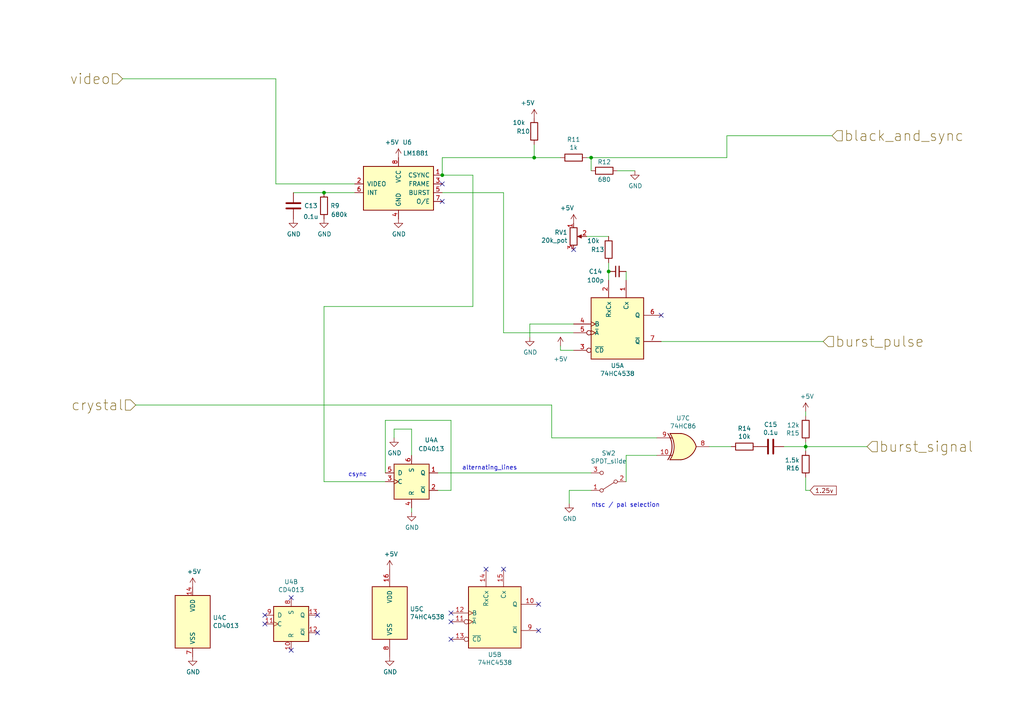
<source format=kicad_sch>
(kicad_sch (version 20230121) (generator eeschema)
  (paper "A4")
  (lib_symbols
    (symbol "4xxx:4013" (pin_names (offset 1.016))
      (property "Reference" "U" (at -7.62 8.89 0))
      (property "Value" "4013" (at -7.62 -8.89 0))
      (symbol "4013_1_1"
        (rectangle (start -5.08 5.08) (end 5.08 -5.08) (stroke (width 0.254)) (fill (type background)))
        (pin output line (at 7.62 2.54 180) (length 2.54) (name "Q") (number "1"))
        (pin output line (at 7.62 -2.54 180) (length 2.54) (name "~{Q}") (number "2"))
        (pin input clock (at -7.62 0 0) (length 2.54) (name "C") (number "3"))
        (pin input line (at 0 -7.62 90) (length 2.54) (name "R") (number "4"))
        (pin input line (at -7.62 2.54 0) (length 2.54) (name "D") (number "5"))
        (pin input line (at 0 7.62 270) (length 2.54) (name "S") (number "6"))
      )
      (symbol "4013_2_1"
        (rectangle (start -5.08 5.08) (end 5.08 -5.08) (stroke (width 0.254)) (fill (type background)))
        (pin input line (at 0 -7.62 90) (length 2.54) (name "R") (number "10"))
        (pin input clock (at -7.62 0 0) (length 2.54) (name "C") (number "11"))
        (pin output line (at 7.62 -2.54 180) (length 2.54) (name "~{Q}") (number "12"))
        (pin output line (at 7.62 2.54 180) (length 2.54) (name "Q") (number "13"))
        (pin input line (at 0 7.62 270) (length 2.54) (name "S") (number "8"))
        (pin input line (at -7.62 2.54 0) (length 2.54) (name "D") (number "9"))
      )
      (symbol "4013_3_0"
        (pin power_in line (at 0 10.16 270) (length 2.54) (name "VDD") (number "14"))
        (pin power_in line (at 0 -10.16 90) (length 2.54) (name "VSS") (number "7"))
      )
      (symbol "4013_3_1"
        (rectangle (start -5.08 7.62) (end 5.08 -7.62) (stroke (width 0.254)) (fill (type background)))
      )
    )
    (symbol "74xx:74HC86" (pin_names (offset 1.016))
      (property "Reference" "U" (at 0 1.27 0))
      (property "Value" "74HC86" (at 0 -1.27 0))
      (symbol "74HC86_1_0"
        (arc (start -4.4196 -3.81) (mid -3.2033 0) (end -4.4196 3.81) (stroke (width 0.254)))
        (arc (start -3.81 -3.81) (mid -2.589 0) (end -3.81 3.81) (stroke (width 0.254)))
        (arc (start -0.6096 -3.81) (mid 2.1842 -2.5851) (end 3.81 0) (stroke (width 0.254)) (fill (type background)))
        (polyline (pts (xy -3.81 -3.81) (xy -0.635 -3.81)) (stroke (width 0.254)) (fill (type background)))
        (polyline (pts (xy -3.81 3.81) (xy -0.635 3.81)) (stroke (width 0.254)) (fill (type background)))
        (polyline (pts (xy -0.635 3.81) (xy -3.81 3.81) (xy -3.81 3.81) (xy -3.556 3.4036) (xy -3.0226 2.2606) (xy -2.6924 1.0414) (xy -2.6162 -0.254) (xy -2.7686 -1.4986) (xy -3.175 -2.7178) (xy -3.81 -3.81) (xy -3.81 -3.81) (xy -0.635 -3.81)) (stroke (width -25.4)) (fill (type background)))
        (arc (start 3.81 0) (mid 2.1915 2.5936) (end -0.6096 3.81) (stroke (width 0.254)) (fill (type background)))
        (pin input line (at -7.62 2.54 0) (length 4.445) (name "~") (number "1"))
        (pin input line (at -7.62 -2.54 0) (length 4.445) (name "~") (number "2"))
        (pin output line (at 7.62 0 180) (length 3.81) (name "~") (number "3"))
      )
      (symbol "74HC86_1_1"
        (polyline (pts (xy -3.81 -2.54) (xy -3.175 -2.54)) (stroke (width 0.1524)))
        (polyline (pts (xy -3.81 2.54) (xy -3.175 2.54)) (stroke (width 0.1524)))
      )
      (symbol "74HC86_2_0"
        (arc (start -4.4196 -3.81) (mid -3.2033 0) (end -4.4196 3.81) (stroke (width 0.254)))
        (arc (start -3.81 -3.81) (mid -2.589 0) (end -3.81 3.81) (stroke (width 0.254)))
        (arc (start -0.6096 -3.81) (mid 2.1842 -2.5851) (end 3.81 0) (stroke (width 0.254)) (fill (type background)))
        (polyline (pts (xy -3.81 -3.81) (xy -0.635 -3.81)) (stroke (width 0.254)) (fill (type background)))
        (polyline (pts (xy -3.81 3.81) (xy -0.635 3.81)) (stroke (width 0.254)) (fill (type background)))
        (polyline (pts (xy -0.635 3.81) (xy -3.81 3.81) (xy -3.81 3.81) (xy -3.556 3.4036) (xy -3.0226 2.2606) (xy -2.6924 1.0414) (xy -2.6162 -0.254) (xy -2.7686 -1.4986) (xy -3.175 -2.7178) (xy -3.81 -3.81) (xy -3.81 -3.81) (xy -0.635 -3.81)) (stroke (width -25.4)) (fill (type background)))
        (arc (start 3.81 0) (mid 2.1915 2.5936) (end -0.6096 3.81) (stroke (width 0.254)) (fill (type background)))
        (pin input line (at -7.62 2.54 0) (length 4.445) (name "~") (number "4"))
        (pin input line (at -7.62 -2.54 0) (length 4.445) (name "~") (number "5"))
        (pin output line (at 7.62 0 180) (length 3.81) (name "~") (number "6"))
      )
      (symbol "74HC86_2_1"
        (polyline (pts (xy -3.81 -2.54) (xy -3.175 -2.54)) (stroke (width 0.1524)))
        (polyline (pts (xy -3.81 2.54) (xy -3.175 2.54)) (stroke (width 0.1524)))
      )
      (symbol "74HC86_3_0"
        (arc (start -4.4196 -3.81) (mid -3.2033 0) (end -4.4196 3.81) (stroke (width 0.254)))
        (arc (start -3.81 -3.81) (mid -2.589 0) (end -3.81 3.81) (stroke (width 0.254)))
        (arc (start -0.6096 -3.81) (mid 2.1842 -2.5851) (end 3.81 0) (stroke (width 0.254)) (fill (type background)))
        (polyline (pts (xy -3.81 -3.81) (xy -0.635 -3.81)) (stroke (width 0.254)) (fill (type background)))
        (polyline (pts (xy -3.81 3.81) (xy -0.635 3.81)) (stroke (width 0.254)) (fill (type background)))
        (polyline (pts (xy -0.635 3.81) (xy -3.81 3.81) (xy -3.81 3.81) (xy -3.556 3.4036) (xy -3.0226 2.2606) (xy -2.6924 1.0414) (xy -2.6162 -0.254) (xy -2.7686 -1.4986) (xy -3.175 -2.7178) (xy -3.81 -3.81) (xy -3.81 -3.81) (xy -0.635 -3.81)) (stroke (width -25.4)) (fill (type background)))
        (arc (start 3.81 0) (mid 2.1915 2.5936) (end -0.6096 3.81) (stroke (width 0.254)) (fill (type background)))
        (pin input line (at -7.62 -2.54 0) (length 4.445) (name "~") (number "10"))
        (pin output line (at 7.62 0 180) (length 3.81) (name "~") (number "8"))
        (pin input line (at -7.62 2.54 0) (length 4.445) (name "~") (number "9"))
      )
      (symbol "74HC86_3_1"
        (polyline (pts (xy -3.81 -2.54) (xy -3.175 -2.54)) (stroke (width 0.1524)))
        (polyline (pts (xy -3.81 2.54) (xy -3.175 2.54)) (stroke (width 0.1524)))
      )
      (symbol "74HC86_4_0"
        (arc (start -4.4196 -3.81) (mid -3.2033 0) (end -4.4196 3.81) (stroke (width 0.254)))
        (arc (start -3.81 -3.81) (mid -2.589 0) (end -3.81 3.81) (stroke (width 0.254)))
        (arc (start -0.6096 -3.81) (mid 2.1842 -2.5851) (end 3.81 0) (stroke (width 0.254)) (fill (type background)))
        (polyline (pts (xy -3.81 -3.81) (xy -0.635 -3.81)) (stroke (width 0.254)) (fill (type background)))
        (polyline (pts (xy -3.81 3.81) (xy -0.635 3.81)) (stroke (width 0.254)) (fill (type background)))
        (polyline (pts (xy -0.635 3.81) (xy -3.81 3.81) (xy -3.81 3.81) (xy -3.556 3.4036) (xy -3.0226 2.2606) (xy -2.6924 1.0414) (xy -2.6162 -0.254) (xy -2.7686 -1.4986) (xy -3.175 -2.7178) (xy -3.81 -3.81) (xy -3.81 -3.81) (xy -0.635 -3.81)) (stroke (width -25.4)) (fill (type background)))
        (arc (start 3.81 0) (mid 2.1915 2.5936) (end -0.6096 3.81) (stroke (width 0.254)) (fill (type background)))
        (pin output line (at 7.62 0 180) (length 3.81) (name "~") (number "11"))
        (pin input line (at -7.62 2.54 0) (length 4.445) (name "~") (number "12"))
        (pin input line (at -7.62 -2.54 0) (length 4.445) (name "~") (number "13"))
      )
      (symbol "74HC86_4_1"
        (polyline (pts (xy -3.81 -2.54) (xy -3.175 -2.54)) (stroke (width 0.1524)))
        (polyline (pts (xy -3.81 2.54) (xy -3.175 2.54)) (stroke (width 0.1524)))
      )
      (symbol "74HC86_5_0"
        (pin power_in line (at 0 12.7 270) (length 5.08) (name "VCC") (number "14"))
        (pin power_in line (at 0 -12.7 90) (length 5.08) (name "GND") (number "7"))
      )
      (symbol "74HC86_5_1"
        (rectangle (start -5.08 7.62) (end 5.08 -7.62) (stroke (width 0.254)) (fill (type background)))
      )
    )
    (symbol "Device:C" (pin_numbers hide) (pin_names (offset 0.254))
      (property "Reference" "C" (at 0.635 2.54 0))
      (property "Value" "C" (at 0.635 -2.54 0))
      (symbol "C_0_1"
        (polyline (pts (xy -2.032 -0.762) (xy 2.032 -0.762)) (stroke (width 0.508)))
        (polyline (pts (xy -2.032 0.762) (xy 2.032 0.762)) (stroke (width 0.508)))
      )
      (symbol "C_1_1"
        (pin passive line (at 0 3.81 270) (length 2.794) (name "~") (number "1"))
        (pin passive line (at 0 -3.81 90) (length 2.794) (name "~") (number "2"))
      )
    )
    (symbol "Device:C_Small" (pin_numbers hide) (pin_names (offset 0.254) hide)
      (property "Reference" "C" (at 0.254 1.778 0))
      (property "Value" "C_Small" (at 0.254 -2.032 0))
      (symbol "C_Small_0_1"
        (polyline (pts (xy -1.524 -0.508) (xy 1.524 -0.508)) (stroke (width 0.3302)))
        (polyline (pts (xy -1.524 0.508) (xy 1.524 0.508)) (stroke (width 0.3048)))
      )
      (symbol "C_Small_1_1"
        (pin passive line (at 0 2.54 270) (length 2.032) (name "~") (number "1"))
        (pin passive line (at 0 -2.54 90) (length 2.032) (name "~") (number "2"))
      )
    )
    (symbol "Device:R" (pin_numbers hide) (pin_names (offset 0))
      (property "Reference" "R" (at 2.032 0 90))
      (property "Value" "R" (at 0 0 90))
      (symbol "R_0_1"
        (rectangle (start -1.016 -2.54) (end 1.016 2.54) (stroke (width 0.254)))
      )
      (symbol "R_1_1"
        (pin passive line (at 0 3.81 270) (length 1.27) (name "~") (number "1"))
        (pin passive line (at 0 -3.81 90) (length 1.27) (name "~") (number "2"))
      )
    )
    (symbol "Switch:SW_SPDT" (pin_names (offset 0) hide)
      (property "Reference" "SW" (at 0 4.318 0))
      (property "Value" "SW_SPDT" (at 0 -5.08 0))
      (symbol "SW_SPDT_0_0"
        (circle (center -2.032 0) (radius 0.508))
        (circle (center 2.032 -2.54) (radius 0.508))
      )
      (symbol "SW_SPDT_0_1"
        (polyline (pts (xy -1.524 0.254) (xy 1.651 2.286)))
        (circle (center 2.032 2.54) (radius 0.508))
      )
      (symbol "SW_SPDT_1_1"
        (pin passive line (at 5.08 2.54 180) (length 2.54) (name "A") (number "1"))
        (pin passive line (at -5.08 0 0) (length 2.54) (name "B") (number "2"))
        (pin passive line (at 5.08 -2.54 180) (length 2.54) (name "C") (number "3"))
      )
    )
    (symbol "Video:LM1881" (pin_names (offset 1.016))
      (property "Reference" "U" (at -8.89 8.89 0))
      (property "Value" "LM1881" (at 6.35 8.89 0))
      (symbol "LM1881_0_1"
        (rectangle (start -10.16 7.62) (end 10.16 -5.08) (stroke (width 0.254)) (fill (type background)))
      )
      (symbol "LM1881_1_1"
        (pin output line (at 12.7 5.08 180) (length 2.54) (name "CSYNC") (number "1"))
        (pin input line (at -12.7 2.54 0) (length 2.54) (name "VIDEO") (number "2"))
        (pin output line (at 12.7 2.54 180) (length 2.54) (name "FRAME") (number "3"))
        (pin power_in line (at 0 -7.62 90) (length 2.54) (name "GND") (number "4"))
        (pin output line (at 12.7 0 180) (length 2.54) (name "BURST") (number "5"))
        (pin input line (at -12.7 0 0) (length 2.54) (name "INT") (number "6"))
        (pin output line (at 12.7 -2.54 180) (length 2.54) (name "O/E") (number "7"))
        (pin power_in line (at 0 10.16 270) (length 2.54) (name "VCC") (number "8"))
      )
    )
    (symbol "power:+5V" (power) (pin_names (offset 0))
      (property "Value" "+5V" (at 0 3.556 0))
      (symbol "+5V_0_1"
        (polyline (pts (xy -0.762 1.27) (xy 0 2.54)))
        (polyline (pts (xy 0 0) (xy 0 2.54)))
        (polyline (pts (xy 0 2.54) (xy 0.762 1.27)))
      )
      (symbol "+5V_1_1"
        (pin power_in line (at 0 0 90) (length 0) hide (name "+5V") (number "1"))
      )
    )
    (symbol "power:GND" (power) (pin_names (offset 0))
      (property "Value" "GND" (at 0 -3.81 0))
      (symbol "GND_0_1"
        (polyline (pts (xy 0 0) (xy 0 -1.27) (xy 1.27 -1.27) (xy 0 -2.54) (xy -1.27 -1.27) (xy 0 -1.27)))
      )
      (symbol "GND_1_1"
        (pin power_in line (at 0 0 270) (length 0) hide (name "GND") (number "1"))
      )
    )
    (symbol "symbol:74HC4538" (pin_names (offset 1.016))
      (property "Reference" "U" (at -7.62 8.89 0))
      (property "Value" "74HC4538" (at -7.62 -11.43 0))
      (symbol "74HC4538_1_0"
        (pin input line (at 2.54 12.7 270) (length 5.08) (name "Cx") (number "1"))
        (pin input line (at -2.54 12.7 270) (length 5.08) (name "RxCx") (number "2"))
        (pin input inverted (at -12.7 -7.62 0) (length 5.08) (name "~{CD}") (number "3"))
        (pin input clock (at -12.7 0 0) (length 5.08) (name "B") (number "4"))
        (pin input inverted_clock (at -12.7 -2.54 0) (length 5.08) (name "~{A}") (number "5"))
        (pin output line (at 12.7 2.54 180) (length 5.08) (name "Q") (number "6"))
        (pin output line (at 12.7 -5.08 180) (length 5.08) (name "~{Q}") (number "7"))
      )
      (symbol "74HC4538_1_1"
        (rectangle (start -7.62 7.62) (end 7.62 -10.16) (stroke (width 0.254)) (fill (type background)))
      )
      (symbol "74HC4538_2_0"
        (pin output line (at 12.7 2.54 180) (length 5.08) (name "Q") (number "10"))
        (pin input inverted_clock (at -12.7 -2.54 0) (length 5.08) (name "~{A}") (number "11"))
        (pin input clock (at -12.7 0 0) (length 5.08) (name "B") (number "12"))
        (pin input inverted (at -12.7 -7.62 0) (length 5.08) (name "~{CD}") (number "13"))
        (pin input line (at -2.54 12.7 270) (length 5.08) (name "RxCx") (number "14"))
        (pin input line (at 2.54 12.7 270) (length 5.08) (name "Cx") (number "15"))
        (pin output line (at 12.7 -5.08 180) (length 5.08) (name "~{Q}") (number "9"))
      )
      (symbol "74HC4538_2_1"
        (rectangle (start -7.62 7.62) (end 7.62 -10.16) (stroke (width 0.254)) (fill (type background)))
      )
      (symbol "74HC4538_3_0"
        (pin power_in line (at 0 12.7 270) (length 5.08) (name "VDD") (number "16"))
        (pin power_in line (at 0 -12.7 90) (length 5.08) (name "VSS") (number "8"))
      )
      (symbol "74HC4538_3_1"
        (rectangle (start -5.08 7.62) (end 5.08 -7.62) (stroke (width 0.254)) (fill (type background)))
      )
    )
    (symbol "two_point_one_colorizer-rescue:R_POT-Device" (pin_names (offset 1.016) hide)
      (property "Reference" "RV" (at -4.445 0 90))
      (property "Value" "R_POT-Device" (at -2.54 0 90))
      (symbol "R_POT-Device_0_1"
        (polyline (pts (xy 2.54 0) (xy 1.524 0)))
        (polyline (pts (xy 1.143 0) (xy 2.286 0.508) (xy 2.286 -0.508) (xy 1.143 0)) (fill (type outline)))
        (rectangle (start 1.016 2.54) (end -1.016 -2.54) (stroke (width 0.254)))
      )
      (symbol "R_POT-Device_1_1"
        (pin passive line (at 0 3.81 270) (length 1.27) (name "1") (number "1"))
        (pin passive line (at 3.81 0 180) (length 1.27) (name "2") (number "2"))
        (pin passive line (at 0 -3.81 90) (length 1.27) (name "3") (number "3"))
      )
    )
  )
  (junction (at 176.53 78.74))
  (junction (at 128.27 50.8))
  (junction (at 154.94 45.72))
  (junction (at 171.45 45.72))
  (junction (at 233.68 129.54))
  (junction (at 93.98 55.88))
  (no_connect (at 191.77 91.44))
  (no_connect (at 130.81 185.42))
  (no_connect (at 156.21 175.26))
  (no_connect (at 128.27 58.42))
  (no_connect (at 130.81 177.8))
  (no_connect (at 76.835 178.435))
  (no_connect (at 146.05 165.1))
  (no_connect (at 156.21 182.88))
  (no_connect (at 92.075 183.515))
  (no_connect (at 166.37 72.39))
  (no_connect (at 140.97 165.1))
  (no_connect (at 130.81 180.34))
  (no_connect (at 92.075 178.435))
  (no_connect (at 84.455 188.595))
  (no_connect (at 128.27 53.34))
  (no_connect (at 76.835 180.975))
  (no_connect (at 84.455 173.355))
  (wire (pts (xy 35.56 22.86) (xy 80.01 22.86)))
  (wire (pts (xy 39.37 117.475) (xy 160.02 117.475)))
  (wire (pts (xy 171.45 45.72) (xy 170.18 45.72)))
  (wire (pts (xy 93.98 88.9) (xy 137.16 88.9)))
  (wire (pts (xy 102.87 55.88) (xy 93.98 55.88)))
  (wire (pts (xy 191.77 99.06) (xy 238.76 99.06)))
  (wire (pts (xy 137.16 50.8) (xy 137.16 88.9)))
  (wire (pts (xy 146.05 55.88) (xy 146.05 96.52)))
  (wire (pts (xy 128.27 55.88) (xy 146.05 55.88)))
  (wire (pts (xy 130.81 142.24) (xy 127 142.24)))
  (wire (pts (xy 111.76 137.16) (xy 111.76 121.92)))
  (wire (pts (xy 154.94 45.72) (xy 162.56 45.72)))
  (wire (pts (xy 80.01 53.34) (xy 102.87 53.34)))
  (wire (pts (xy 181.61 139.7) (xy 181.61 132.08)))
  (wire (pts (xy 128.27 45.72) (xy 154.94 45.72)))
  (wire (pts (xy 111.76 139.7) (xy 93.98 139.7)))
  (wire (pts (xy 233.68 142.24) (xy 233.68 138.43)))
  (wire (pts (xy 160.02 117.475) (xy 160.02 127)))
  (wire (pts (xy 93.98 55.88) (xy 85.09 55.88)))
  (wire (pts (xy 162.56 100.33) (xy 162.56 101.6)))
  (wire (pts (xy 153.67 93.98) (xy 166.37 93.98)))
  (wire (pts (xy 111.76 121.92) (xy 130.81 121.92)))
  (wire (pts (xy 93.98 139.7) (xy 93.98 88.9)))
  (wire (pts (xy 170.18 68.58) (xy 176.53 68.58)))
  (wire (pts (xy 154.94 41.91) (xy 154.94 45.72)))
  (wire (pts (xy 137.16 50.8) (xy 128.27 50.8)))
  (wire (pts (xy 130.81 121.92) (xy 130.81 142.24)))
  (wire (pts (xy 171.45 137.16) (xy 127 137.16)))
  (wire (pts (xy 119.38 148.59) (xy 119.38 147.32)))
  (wire (pts (xy 210.82 45.72) (xy 210.82 39.37)))
  (wire (pts (xy 171.45 45.72) (xy 210.82 45.72)))
  (wire (pts (xy 80.01 22.86) (xy 80.01 53.34)))
  (wire (pts (xy 181.61 78.74) (xy 181.61 81.28)))
  (wire (pts (xy 212.09 129.54) (xy 205.74 129.54)))
  (wire (pts (xy 181.61 132.08) (xy 190.5 132.08)))
  (wire (pts (xy 176.53 78.74) (xy 176.53 81.28)))
  (wire (pts (xy 233.68 129.54) (xy 227.33 129.54)))
  (wire (pts (xy 165.1 146.05) (xy 165.1 142.24)))
  (wire (pts (xy 165.1 142.24) (xy 171.45 142.24)))
  (wire (pts (xy 119.38 124.46) (xy 119.38 132.08)))
  (wire (pts (xy 162.56 101.6) (xy 166.37 101.6)))
  (wire (pts (xy 114.3 124.46) (xy 119.38 124.46)))
  (wire (pts (xy 114.3 127) (xy 114.3 124.46)))
  (wire (pts (xy 146.05 96.52) (xy 166.37 96.52)))
  (wire (pts (xy 233.68 120.65) (xy 233.68 119.38)))
  (wire (pts (xy 233.68 130.81) (xy 233.68 129.54)))
  (wire (pts (xy 176.53 76.2) (xy 176.53 78.74)))
  (wire (pts (xy 184.15 49.53) (xy 179.07 49.53)))
  (wire (pts (xy 210.82 39.37) (xy 241.3 39.37)))
  (wire (pts (xy 234.95 142.24) (xy 233.68 142.24)))
  (wire (pts (xy 171.45 49.53) (xy 171.45 45.72)))
  (wire (pts (xy 233.68 129.54) (xy 233.68 128.27)))
  (wire (pts (xy 153.67 97.79) (xy 153.67 93.98)))
  (wire (pts (xy 251.46 129.54) (xy 233.68 129.54)))
  (wire (pts (xy 190.5 127) (xy 160.02 127)))
  (wire (pts (xy 128.27 50.8) (xy 128.27 45.72)))
  (text "ntsc / pal selection" (at 171.45 147.32 0) (effects (font (size 1.27 1.27)) (justify left bottom)))
  (text "csync" (at 100.965 138.43 0) (effects (font (size 1.27 1.27)) (justify left bottom)))
  (text "alternating_lines" (at 133.985 136.525 0) (effects (font (size 1.27 1.27)) (justify left bottom)))
  (global_label "1.25v" (shape input) (at 234.95 142.24 0) (property "Intersheetrefs" "${INTERSHEET_REFS}" (effects hide)))
  (hierarchical_label "burst_signal" (shape input) (at 251.46 129.54 0) (effects (font (size 2.9972 2.9972))))
  (hierarchical_label "black_and_sync" (shape input) (at 241.3 39.37 0) (effects (font (size 2.9972 2.9972))))
  (hierarchical_label "crystal" (shape input) (at 39.37 117.475 180) (effects (font (size 2.9972 2.9972))))
  (hierarchical_label "video" (shape input) (at 35.56 22.86 180) (effects (font (size 2.9972 2.9972))))
  (hierarchical_label "burst_pulse" (shape input) (at 238.76 99.06 0) (effects (font (size 2.9972 2.9972))))
  (symbol (lib_id "4xxx:4013") (at 119.38 139.7 0) (unit 1)
    (property "Reference" "U4" (at 125.095 127.635 0))
    (property "Value" "CD4013" (at 125.095 130.175 0))
    (property "Footprint" "Package_DIP:DIP-14_W7.62mm_LongPads" (effects hide))
    (property "Datasheet" "http://www.onsemi.com/pub/Collateral/MC14013B-D.PDF" (effects hide))
  )
  (symbol (lib_id "4xxx:4013") (at 55.88 180.34 0) (unit 3)
    (property "Reference" "U4" (at 61.722 179.1716 0) (effects (justify left)))
    (property "Value" "CD4013" (at 61.722 181.483 0) (effects (justify left)))
    (property "Footprint" "Package_DIP:DIP-14_W7.62mm_LongPads" (effects hide))
    (property "Datasheet" "http://www.onsemi.com/pub/Collateral/MC14013B-D.PDF" (effects hide))
  )
  (symbol (lib_id "power:+5V") (at 55.88 170.18 0) (unit 1)
    (property "Reference" "#PWR033" (effects hide))
    (property "Value" "+5V" (at 56.261 165.7858 0))
  )
  (symbol (lib_id "power:GND") (at 55.88 190.5 0) (unit 1)
    (property "Reference" "#PWR034" (effects hide))
    (property "Value" "GND" (at 56.007 194.8942 0))
  )
  (symbol (lib_id "4xxx:4013") (at 84.455 180.975 0) (unit 2)
    (property "Reference" "U4" (at 84.455 168.7576 0))
    (property "Value" "CD4013" (at 84.455 171.069 0))
    (property "Footprint" "Package_DIP:DIP-14_W7.62mm_LongPads" (effects hide))
    (property "Datasheet" "http://www.onsemi.com/pub/Collateral/MC14013B-D.PDF" (effects hide))
  )
  (symbol (lib_id "Device:R") (at 215.9 129.54 270) (unit 1)
    (property "Reference" "R14" (at 215.9 124.2822 90))
    (property "Value" "10k" (at 215.9 126.5936 90))
    (property "Footprint" "Resistor_THT:R_Axial_DIN0207_L6.3mm_D2.5mm_P7.62mm_Horizontal" (effects hide))
  )
  (symbol (lib_id "Device:C") (at 223.52 129.54 270) (unit 1)
    (property "Reference" "C15" (at 223.52 123.1392 90))
    (property "Value" "0.1u" (at 223.52 125.4506 90))
    (property "Footprint" "Capacitor_THT:C_Disc_D4.7mm_W2.5mm_P5.00mm" (effects hide))
  )
  (symbol (lib_id "power:+5V") (at 233.68 119.38 0) (unit 1)
    (property "Reference" "#PWR049" (effects hide))
    (property "Value" "+5V" (at 234.061 114.9858 0))
  )
  (symbol (lib_id "Device:R") (at 233.68 124.46 180) (unit 1)
    (property "Reference" "R15" (at 231.902 125.6284 0) (effects (justify left)))
    (property "Value" "12k" (at 231.902 123.317 0) (effects (justify left)))
    (property "Footprint" "Resistor_THT:R_Axial_DIN0207_L6.3mm_D2.5mm_P7.62mm_Horizontal" (effects hide))
  )
  (symbol (lib_id "Device:R") (at 233.68 134.62 180) (unit 1)
    (property "Reference" "R16" (at 231.902 135.7884 0) (effects (justify left)))
    (property "Value" "1.5k" (at 231.902 133.477 0) (effects (justify left)))
    (property "Footprint" "Resistor_THT:R_Axial_DIN0207_L6.3mm_D2.5mm_P7.62mm_Horizontal" (effects hide))
  )
  (symbol (lib_id "74xx:74HC86") (at 198.12 129.54 0) (unit 3)
    (property "Reference" "U7" (at 198.12 121.285 0))
    (property "Value" "74HC86" (at 198.12 123.5964 0))
    (property "Footprint" "Package_DIP:DIP-14_W7.62mm_LongPads" (effects hide))
    (property "Datasheet" "http://www.ti.com/lit/gpn/sn74HC86" (effects hide))
  )
  (symbol (lib_id "power:GND") (at 165.1 146.05 0) (unit 1)
    (property "Reference" "#PWR046" (effects hide))
    (property "Value" "GND" (at 165.227 150.4442 0))
  )
  (symbol (lib_id "power:GND") (at 119.38 148.59 0) (unit 1)
    (property "Reference" "#PWR042" (effects hide))
    (property "Value" "GND" (at 119.507 152.9842 0))
  )
  (symbol (lib_id "Video:LM1881") (at 115.57 55.88 0) (unit 1)
    (property "Reference" "U6" (at 118.11 41.275 0))
    (property "Value" "LM1881" (at 120.65 44.45 0))
    (property "Footprint" "lib_fp:DIP-SOIC-8" (effects hide))
  )
  (symbol (lib_id "Device:R") (at 93.98 59.69 180) (unit 1)
    (property "Reference" "R9" (at 97.155 59.69 0))
    (property "Value" "680k" (at 98.425 62.23 0))
    (property "Footprint" "Resistor_THT:R_Axial_DIN0207_L6.3mm_D2.5mm_P7.62mm_Horizontal" (effects hide))
  )
  (symbol (lib_id "Device:C") (at 85.09 59.69 180) (unit 1)
    (property "Reference" "C13" (at 90.17 59.69 0))
    (property "Value" "0.1u" (at 90.17 62.865 0))
    (property "Footprint" "Capacitor_THT:C_Disc_D4.7mm_W2.5mm_P5.00mm" (effects hide))
  )
  (symbol (lib_id "power:GND") (at 93.98 63.5 0) (unit 1)
    (property "Reference" "#PWR036" (effects hide))
    (property "Value" "GND" (at 94.107 67.8942 0))
  )
  (symbol (lib_id "power:GND") (at 85.09 63.5 0) (unit 1)
    (property "Reference" "#PWR035" (effects hide))
    (property "Value" "GND" (at 85.217 67.8942 0))
  )
  (symbol (lib_id "power:GND") (at 115.57 63.5 0) (unit 1)
    (property "Reference" "#PWR041" (effects hide))
    (property "Value" "GND" (at 115.697 67.8942 0))
  )
  (symbol (lib_id "power:+5V") (at 115.57 45.72 0) (unit 1)
    (property "Reference" "#PWR040" (effects hide))
    (property "Value" "+5V" (at 113.665 41.275 0))
  )
  (symbol (lib_id "power:+5V") (at 154.94 34.29 0) (unit 1)
    (property "Reference" "#PWR044" (effects hide))
    (property "Value" "+5V" (at 153.035 29.845 0))
  )
  (symbol (lib_id "Device:R") (at 154.94 38.1 0) (unit 1)
    (property "Reference" "R10" (at 151.765 38.1 0))
    (property "Value" "10k" (at 150.495 35.56 0))
    (property "Footprint" "Resistor_THT:R_Axial_DIN0207_L6.3mm_D2.5mm_P7.62mm_Horizontal" (effects hide))
  )
  (symbol (lib_id "Device:R") (at 166.37 45.72 270) (unit 1)
    (property "Reference" "R11" (at 166.37 40.4622 90))
    (property "Value" "1k" (at 166.37 42.7736 90))
    (property "Footprint" "Resistor_THT:R_Axial_DIN0207_L6.3mm_D2.5mm_P7.62mm_Horizontal" (effects hide))
  )
  (symbol (lib_id "power:GND") (at 184.15 49.53 0) (unit 1)
    (property "Reference" "#PWR048" (effects hide))
    (property "Value" "GND" (at 184.277 53.9242 0))
  )
  (symbol (lib_id "Device:R") (at 175.26 49.53 270) (unit 1)
    (property "Reference" "R12" (at 175.26 46.99 90))
    (property "Value" "680" (at 175.26 52.07 90))
    (property "Footprint" "Resistor_THT:R_Axial_DIN0207_L6.3mm_D2.5mm_P7.62mm_Horizontal" (effects hide))
  )
  (symbol (lib_id "Switch:SW_SPDT") (at 176.53 139.7 180) (unit 1)
    (property "Reference" "SW2" (at 176.53 131.445 0))
    (property "Value" "SPDT_slide" (at 176.53 133.7564 0))
    (property "Footprint" "lib_fp:spdt_slide_switch_small_tayda" (effects hide))
  )
  (symbol (lib_id "power:GND") (at 114.3 127 0) (unit 1)
    (property "Reference" "#PWR039" (effects hide))
    (property "Value" "GND" (at 114.427 131.3942 0))
  )
  (symbol (lib_id "symbol:74HC4538") (at 179.07 93.98 0) (unit 1)
    (property "Reference" "U5" (at 179.07 106.045 0))
    (property "Value" "74HC4538" (at 179.07 108.3564 0))
    (property "Footprint" "Package_DIP:DIP-16_W7.62mm_LongPads" (effects hide))
    (property "Datasheet" "https://assets.nexperia.com/documents/data-sheet/HEF4538B.pdf" (effects hide))
  )
  (symbol (lib_id "Device:C_Small") (at 179.07 78.74 90) (unit 1)
    (property "Reference" "C14" (at 172.72 78.74 90))
    (property "Value" "100p" (at 172.72 81.28 90))
    (property "Footprint" "Capacitor_THT:C_Disc_D4.7mm_W2.5mm_P5.00mm" (effects hide))
  )
  (symbol (lib_id "Device:R") (at 176.53 72.39 0) (unit 1)
    (property "Reference" "R13" (at 173.355 72.39 0))
    (property "Value" "10k" (at 172.085 69.85 0))
    (property "Footprint" "Resistor_THT:R_Axial_DIN0207_L6.3mm_D2.5mm_P7.62mm_Horizontal" (effects hide))
  )
  (symbol (lib_id "two_point_one_colorizer-rescue:R_POT-Device") (at 166.37 68.58 0) (unit 1)
    (property "Reference" "RV1" (at 164.6174 67.4116 0) (effects (justify right)))
    (property "Value" "20k_pot" (at 164.6174 69.723 0) (effects (justify right)))
    (property "Footprint" "lib_fp:Potentiometer_Vertical_Large" (effects hide))
  )
  (symbol (lib_id "power:+5V") (at 166.37 64.77 0) (unit 1)
    (property "Reference" "#PWR047" (effects hide))
    (property "Value" "+5V" (at 164.465 60.325 0))
  )
  (symbol (lib_id "power:+5V") (at 162.56 100.33 0) (unit 1)
    (property "Reference" "#PWR045" (effects hide))
    (property "Value" "+5V" (at 162.56 104.14 0))
  )
  (symbol (lib_id "power:GND") (at 153.67 97.79 0) (unit 1)
    (property "Reference" "#PWR043" (effects hide))
    (property "Value" "GND" (at 153.797 102.1842 0))
  )
  (symbol (lib_id "symbol:74HC4538") (at 113.03 177.8 0) (unit 3)
    (property "Reference" "U5" (at 118.872 176.6316 0) (effects (justify left)))
    (property "Value" "74HC4538" (at 118.872 178.943 0) (effects (justify left)))
    (property "Footprint" "Package_DIP:DIP-16_W7.62mm_LongPads" (effects hide))
    (property "Datasheet" "https://assets.nexperia.com/documents/data-sheet/HEF4538B.pdf" (effects hide))
  )
  (symbol (lib_id "symbol:74HC4538") (at 143.51 177.8 0) (unit 2)
    (property "Reference" "U5" (at 143.51 189.865 0))
    (property "Value" "74HC4538" (at 143.51 192.1764 0))
    (property "Footprint" "Package_DIP:DIP-16_W7.62mm_LongPads" (effects hide))
    (property "Datasheet" "https://assets.nexperia.com/documents/data-sheet/HEF4538B.pdf" (effects hide))
  )
  (symbol (lib_id "power:+5V") (at 113.03 165.1 0) (unit 1)
    (property "Reference" "#PWR037" (effects hide))
    (property "Value" "+5V" (at 113.411 160.7058 0))
  )
  (symbol (lib_id "power:GND") (at 113.03 190.5 0) (unit 1)
    (property "Reference" "#PWR038" (effects hide))
    (property "Value" "GND" (at 113.157 194.8942 0))
  )
)
</source>
